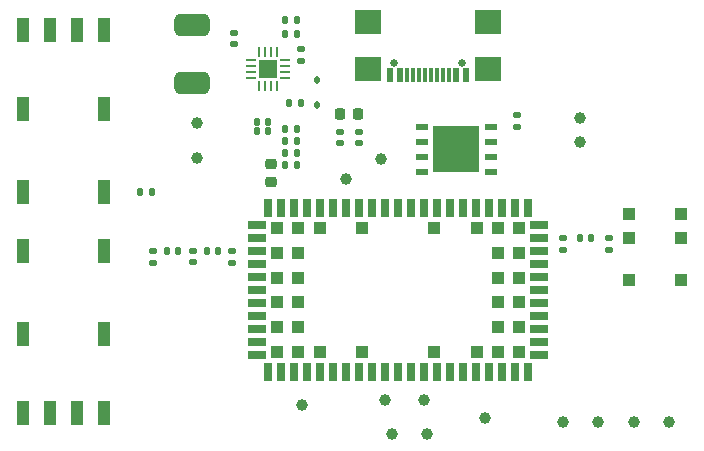
<source format=gts>
%TF.GenerationSoftware,KiCad,Pcbnew,(7.0.0)*%
%TF.CreationDate,2023-03-08T15:34:42+02:00*%
%TF.ProjectId,SARA-R4_DevBoard,53415241-2d52-4345-9f44-6576426f6172,rev?*%
%TF.SameCoordinates,Original*%
%TF.FileFunction,Soldermask,Top*%
%TF.FilePolarity,Negative*%
%FSLAX46Y46*%
G04 Gerber Fmt 4.6, Leading zero omitted, Abs format (unit mm)*
G04 Created by KiCad (PCBNEW (7.0.0)) date 2023-03-08 15:34:42*
%MOMM*%
%LPD*%
G01*
G04 APERTURE LIST*
G04 Aperture macros list*
%AMRoundRect*
0 Rectangle with rounded corners*
0 $1 Rounding radius*
0 $2 $3 $4 $5 $6 $7 $8 $9 X,Y pos of 4 corners*
0 Add a 4 corners polygon primitive as box body*
4,1,4,$2,$3,$4,$5,$6,$7,$8,$9,$2,$3,0*
0 Add four circle primitives for the rounded corners*
1,1,$1+$1,$2,$3*
1,1,$1+$1,$4,$5*
1,1,$1+$1,$6,$7*
1,1,$1+$1,$8,$9*
0 Add four rect primitives between the rounded corners*
20,1,$1+$1,$2,$3,$4,$5,0*
20,1,$1+$1,$4,$5,$6,$7,0*
20,1,$1+$1,$6,$7,$8,$9,0*
20,1,$1+$1,$8,$9,$2,$3,0*%
G04 Aperture macros list end*
%ADD10C,1.000000*%
%ADD11RoundRect,0.140000X-0.170000X0.140000X-0.170000X-0.140000X0.170000X-0.140000X0.170000X0.140000X0*%
%ADD12R,1.000000X1.000000*%
%ADD13RoundRect,0.147500X0.147500X0.172500X-0.147500X0.172500X-0.147500X-0.172500X0.147500X-0.172500X0*%
%ADD14RoundRect,0.135000X0.185000X-0.135000X0.185000X0.135000X-0.185000X0.135000X-0.185000X-0.135000X0*%
%ADD15RoundRect,0.140000X-0.140000X-0.170000X0.140000X-0.170000X0.140000X0.170000X-0.140000X0.170000X0*%
%ADD16R,1.100000X0.500000*%
%ADD17R,4.000000X4.000000*%
%ADD18R,1.000000X2.000000*%
%ADD19RoundRect,0.468750X1.031250X-0.468750X1.031250X0.468750X-1.031250X0.468750X-1.031250X-0.468750X0*%
%ADD20RoundRect,0.140000X0.140000X0.170000X-0.140000X0.170000X-0.140000X-0.170000X0.140000X-0.170000X0*%
%ADD21RoundRect,0.218750X-0.256250X0.218750X-0.256250X-0.218750X0.256250X-0.218750X0.256250X0.218750X0*%
%ADD22RoundRect,0.147500X0.172500X-0.147500X0.172500X0.147500X-0.172500X0.147500X-0.172500X-0.147500X0*%
%ADD23RoundRect,0.140000X0.170000X-0.140000X0.170000X0.140000X-0.170000X0.140000X-0.170000X-0.140000X0*%
%ADD24RoundRect,0.135000X-0.135000X-0.185000X0.135000X-0.185000X0.135000X0.185000X-0.135000X0.185000X0*%
%ADD25RoundRect,0.112500X-0.112500X0.187500X-0.112500X-0.187500X0.112500X-0.187500X0.112500X0.187500X0*%
%ADD26C,0.650000*%
%ADD27R,0.600000X1.150000*%
%ADD28R,0.300000X1.150000*%
%ADD29R,2.180000X2.000000*%
%ADD30RoundRect,0.062500X-0.062500X0.375000X-0.062500X-0.375000X0.062500X-0.375000X0.062500X0.375000X0*%
%ADD31RoundRect,0.062500X-0.375000X0.062500X-0.375000X-0.062500X0.375000X-0.062500X0.375000X0.062500X0*%
%ADD32R,1.600000X1.600000*%
%ADD33R,0.800000X1.500000*%
%ADD34R,1.500000X0.800000*%
%ADD35R,1.100000X1.100000*%
%ADD36RoundRect,0.218750X-0.218750X-0.256250X0.218750X-0.256250X0.218750X0.256250X-0.218750X0.256250X0*%
G04 APERTURE END LIST*
D10*
X162400000Y-116600000D03*
D11*
X141000000Y-102520000D03*
X141000000Y-103480000D03*
D10*
X138000000Y-91700000D03*
X153590000Y-94730000D03*
X154510000Y-118020000D03*
D12*
X174639999Y-99379999D03*
X174639999Y-101379999D03*
X174639999Y-104979999D03*
X179039999Y-104979999D03*
X179039999Y-101379999D03*
X179039999Y-99379999D03*
D13*
X139835000Y-102500000D03*
X138865000Y-102500000D03*
D14*
X146800000Y-86410000D03*
X146800000Y-85390000D03*
D10*
X150660000Y-96390000D03*
D15*
X145520000Y-93200000D03*
X146480000Y-93200000D03*
D16*
X157099999Y-91994999D03*
X157099999Y-93264999D03*
X157099999Y-94534999D03*
X157099999Y-95804999D03*
X162899999Y-95804999D03*
X162899999Y-94534999D03*
X162899999Y-93264999D03*
X162899999Y-91994999D03*
D17*
X159999999Y-93899999D03*
D18*
X130174999Y-116199999D03*
X130174999Y-109499999D03*
X130174999Y-102499999D03*
X130174999Y-97499999D03*
X130174999Y-90499999D03*
X130174999Y-83799999D03*
X127874999Y-83799999D03*
X125574999Y-83799999D03*
X123274999Y-83799999D03*
X123274999Y-90499999D03*
X123274999Y-97499999D03*
X123274999Y-102499999D03*
X123274999Y-109499999D03*
X123274999Y-116199999D03*
X125574999Y-116199999D03*
X127874999Y-116199999D03*
D10*
X157540000Y-118010000D03*
X172000000Y-117000000D03*
D15*
X145520000Y-95200000D03*
X146480000Y-95200000D03*
D10*
X153920000Y-115120000D03*
D11*
X150110000Y-92383750D03*
X150110000Y-93343750D03*
D19*
X137587500Y-83350000D03*
X137587500Y-88250000D03*
D13*
X134185000Y-97500000D03*
X133215000Y-97500000D03*
D10*
X157260000Y-115140000D03*
D20*
X144080000Y-92300000D03*
X143120000Y-92300000D03*
D15*
X170450000Y-101390000D03*
X171410000Y-101390000D03*
X145520000Y-92200000D03*
X146480000Y-92200000D03*
D21*
X144300000Y-95112500D03*
X144300000Y-96687500D03*
D10*
X146900000Y-115500000D03*
X138000000Y-94600000D03*
D22*
X134300000Y-103485000D03*
X134300000Y-102515000D03*
X169000000Y-102375000D03*
X169000000Y-101405000D03*
D10*
X170440000Y-91210000D03*
D23*
X165100000Y-91980000D03*
X165100000Y-91020000D03*
D24*
X145490000Y-84100000D03*
X146510000Y-84100000D03*
D22*
X172900000Y-102375000D03*
X172900000Y-101405000D03*
D11*
X137660000Y-102490000D03*
X137660000Y-103450000D03*
D25*
X148200000Y-88050000D03*
X148200000Y-90150000D03*
D24*
X145490000Y-82900000D03*
X146510000Y-82900000D03*
D20*
X136430000Y-102500000D03*
X135470000Y-102500000D03*
D10*
X178000000Y-117000000D03*
D24*
X145790000Y-90000000D03*
X146810000Y-90000000D03*
D11*
X141200000Y-84020000D03*
X141200000Y-84980000D03*
D10*
X170500000Y-93300000D03*
D26*
X160490000Y-86562500D03*
X154710000Y-86562500D03*
D27*
X160799999Y-87637499D03*
X159999999Y-87637499D03*
D28*
X158849999Y-87637499D03*
X157849999Y-87637499D03*
X157349999Y-87637499D03*
X156349999Y-87637499D03*
D27*
X154399999Y-87637499D03*
X155199999Y-87637499D03*
D28*
X155849999Y-87637499D03*
X156849999Y-87637499D03*
X158349999Y-87637499D03*
X159349999Y-87637499D03*
D29*
X162709999Y-87062499D03*
X152489999Y-87062499D03*
X162709999Y-83132499D03*
X152489999Y-83132499D03*
D20*
X144080000Y-91560000D03*
X143120000Y-91560000D03*
D30*
X144812500Y-85656250D03*
X144312500Y-85656250D03*
X143812500Y-85656250D03*
X143312500Y-85656250D03*
D31*
X142625000Y-86343750D03*
X142625000Y-86843750D03*
X142625000Y-87343750D03*
X142625000Y-87843750D03*
D30*
X143312500Y-88531250D03*
X143812500Y-88531250D03*
X144312500Y-88531250D03*
X144812500Y-88531250D03*
D31*
X145500000Y-87843750D03*
X145500000Y-87343750D03*
X145500000Y-86843750D03*
X145500000Y-86343750D03*
D32*
X144062499Y-87093749D03*
D33*
X144059999Y-112749999D03*
X145159999Y-112749999D03*
X146259999Y-112749999D03*
X147359999Y-112749999D03*
X148459999Y-112749999D03*
X149559999Y-112749999D03*
X150659999Y-112749999D03*
X151759999Y-112749999D03*
X152859999Y-112749999D03*
X153959999Y-112749999D03*
X155059999Y-112749999D03*
X156159999Y-112749999D03*
X157259999Y-112749999D03*
X158359999Y-112749999D03*
X159459999Y-112749999D03*
X160559999Y-112749999D03*
X161659999Y-112749999D03*
X162759999Y-112749999D03*
X163859999Y-112749999D03*
X164959999Y-112749999D03*
X166059999Y-112749999D03*
D34*
X167009999Y-111299999D03*
X167009999Y-110199999D03*
X167009999Y-109099999D03*
X167009999Y-107999999D03*
X167009999Y-106899999D03*
X167009999Y-105799999D03*
X167009999Y-104699999D03*
X167009999Y-103599999D03*
X167009999Y-102499999D03*
X167009999Y-101399999D03*
X167009999Y-100299999D03*
D33*
X166059999Y-98849999D03*
X164959999Y-98849999D03*
X163859999Y-98849999D03*
X162759999Y-98849999D03*
X161659999Y-98849999D03*
X160559999Y-98849999D03*
X159459999Y-98849999D03*
X158359999Y-98849999D03*
X157259999Y-98849999D03*
X156159999Y-98849999D03*
X155059999Y-98849999D03*
X153959999Y-98849999D03*
X152859999Y-98849999D03*
X151759999Y-98849999D03*
X150659999Y-98849999D03*
X149559999Y-98849999D03*
X148459999Y-98849999D03*
X147359999Y-98849999D03*
X146259999Y-98849999D03*
X145159999Y-98849999D03*
X144059999Y-98849999D03*
D34*
X143109999Y-100299999D03*
X143109999Y-101399999D03*
X143109999Y-102499999D03*
X143109999Y-103599999D03*
X143109999Y-104699999D03*
X143109999Y-105799999D03*
X143109999Y-106899999D03*
X143109999Y-107999999D03*
X143109999Y-109099999D03*
X143109999Y-110199999D03*
X143109999Y-111299999D03*
D35*
X144809999Y-111049999D03*
X144809999Y-108949999D03*
X144809999Y-106849999D03*
X144809999Y-104749999D03*
X144809999Y-102649999D03*
X144809999Y-100549999D03*
X146609999Y-111049999D03*
X146609999Y-108949999D03*
X146609999Y-106849999D03*
X146609999Y-104749999D03*
X146609999Y-102649999D03*
X146609999Y-100549999D03*
X148409999Y-111049999D03*
X148409999Y-100549999D03*
X152009999Y-111049999D03*
X152009999Y-100549999D03*
X158109999Y-111049999D03*
X158109999Y-100549999D03*
X161709999Y-111049999D03*
X161709999Y-100549999D03*
X163509999Y-111049999D03*
X163509999Y-108949999D03*
X163509999Y-106849999D03*
X163509999Y-104749999D03*
X163509999Y-102649999D03*
X163509999Y-100549999D03*
X165309999Y-111049999D03*
X165309999Y-108949999D03*
X165309999Y-106849999D03*
X165309999Y-104749999D03*
X165309999Y-102649999D03*
X165309999Y-100549999D03*
D11*
X151710000Y-92383750D03*
X151710000Y-93343750D03*
D36*
X150122500Y-90863750D03*
X151697500Y-90863750D03*
D10*
X175000000Y-117000000D03*
D15*
X145520000Y-94200000D03*
X146480000Y-94200000D03*
D10*
X169000000Y-117000000D03*
M02*

</source>
